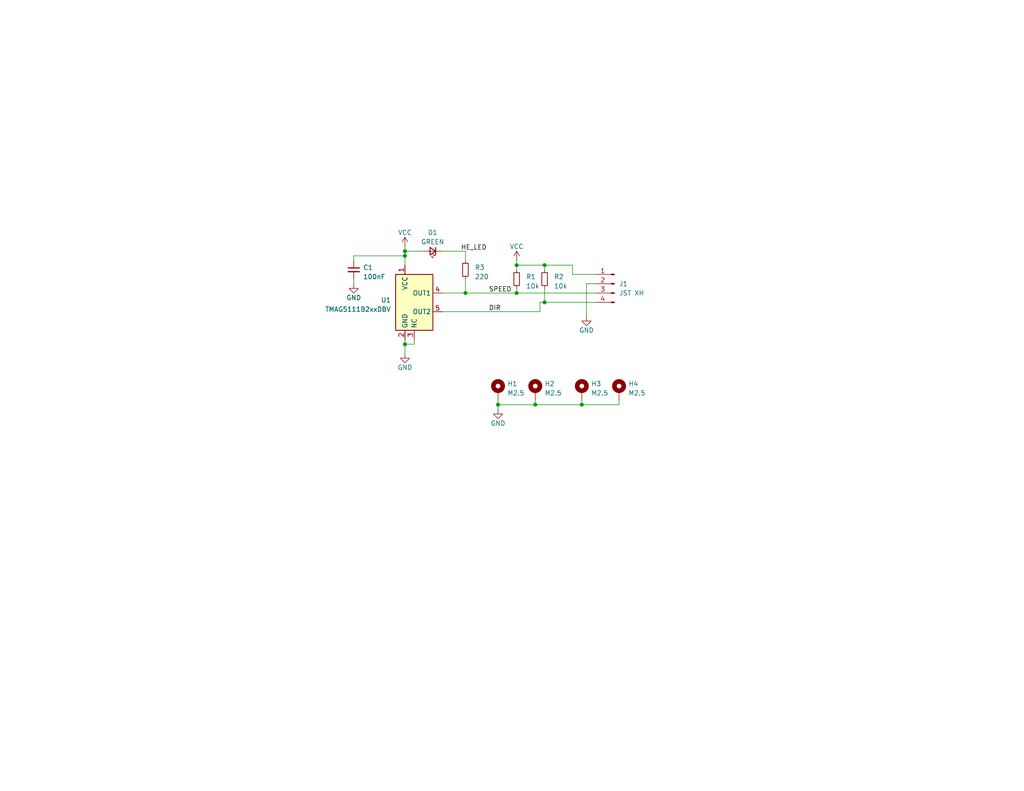
<source format=kicad_sch>
(kicad_sch (version 20230121) (generator eeschema)
  (paper "USLetter")
  (title_block (title "Wheel Speed Board") (date "2023-10-21") (rev "v1") (company "Sun Devil Motorsports"))
  (lib_symbols
    (symbol "Connector:Conn_01x04_Pin" (pin_names (offset 1.016) hide)
      (property "Reference" "J" (at 0 5.08 0))
      (property "Value" "Conn_01x04_Pin" (at 0 -7.62 0))
      (symbol "Conn_01x04_Pin_1_1"
        (polyline (pts (xy 1.27 -5.08) (xy 0.8636 -5.08)) (stroke (width 0.1524)))
        (polyline (pts (xy 1.27 -2.54) (xy 0.8636 -2.54)) (stroke (width 0.1524)))
        (polyline (pts (xy 1.27 0) (xy 0.8636 0)) (stroke (width 0.1524)))
        (polyline (pts (xy 1.27 2.54) (xy 0.8636 2.54)) (stroke (width 0.1524)))
        (rectangle (start 0.8636 -4.953) (end 0 -5.207) (stroke (width 0.1524)) (fill (type outline)))
        (rectangle (start 0.8636 -2.413) (end 0 -2.667) (stroke (width 0.1524)) (fill (type outline)))
        (rectangle (start 0.8636 0.127) (end 0 -0.127) (stroke (width 0.1524)) (fill (type outline)))
        (rectangle (start 0.8636 2.667) (end 0 2.413) (stroke (width 0.1524)) (fill (type outline)))
        (pin passive line (at 5.08 2.54 180) (length 3.81) (name "Pin_1") (number "1"))
        (pin passive line (at 5.08 0 180) (length 3.81) (name "Pin_2") (number "2"))
        (pin passive line (at 5.08 -2.54 180) (length 3.81) (name "Pin_3") (number "3"))
        (pin passive line (at 5.08 -5.08 180) (length 3.81) (name "Pin_4") (number "4"))
      )
    )
    (symbol "Device:C_Small" (pin_numbers hide) (pin_names (offset 0.254) hide)
      (property "Reference" "C" (at 0.254 1.778 0))
      (property "Value" "C_Small" (at 0.254 -2.032 0))
      (symbol "C_Small_0_1"
        (polyline (pts (xy -1.524 -0.508) (xy 1.524 -0.508)) (stroke (width 0.3302)))
        (polyline (pts (xy -1.524 0.508) (xy 1.524 0.508)) (stroke (width 0.3048)))
      )
      (symbol "C_Small_1_1"
        (pin passive line (at 0 2.54 270) (length 2.032) (name "~") (number "1"))
        (pin passive line (at 0 -2.54 90) (length 2.032) (name "~") (number "2"))
      )
    )
    (symbol "Device:LED_Small" (pin_numbers hide) (pin_names (offset 0.254) hide)
      (property "Reference" "D" (at -1.27 3.175 0))
      (property "Value" "LED_Small" (at -4.445 -2.54 0))
      (symbol "LED_Small_0_1"
        (polyline (pts (xy -0.762 -1.016) (xy -0.762 1.016)) (stroke (width 0.254)))
        (polyline (pts (xy 1.016 0) (xy -0.762 0)))
        (polyline (pts (xy 0.762 -1.016) (xy -0.762 0) (xy 0.762 1.016) (xy 0.762 -1.016)) (stroke (width 0.254)))
        (polyline (pts (xy 0 0.762) (xy -0.508 1.27) (xy -0.254 1.27) (xy -0.508 1.27) (xy -0.508 1.016)))
        (polyline (pts (xy 0.508 1.27) (xy 0 1.778) (xy 0.254 1.778) (xy 0 1.778) (xy 0 1.524)))
      )
      (symbol "LED_Small_1_1"
        (pin passive line (at -2.54 0 0) (length 1.778) (name "K") (number "1"))
        (pin passive line (at 2.54 0 180) (length 1.778) (name "A") (number "2"))
      )
    )
    (symbol "Device:R_Small" (pin_numbers hide) (pin_names (offset 0.254) hide)
      (property "Reference" "R" (at 0.762 0.508 0))
      (property "Value" "R_Small" (at 0.762 -1.016 0))
      (symbol "R_Small_0_1"
        (rectangle (start -0.762 1.778) (end 0.762 -1.778) (stroke (width 0.2032)))
      )
      (symbol "R_Small_1_1"
        (pin passive line (at 0 2.54 270) (length 0.762) (name "~") (number "1"))
        (pin passive line (at 0 -2.54 90) (length 0.762) (name "~") (number "2"))
      )
    )
    (symbol "Mechanical:MountingHole_Pad" (pin_numbers hide) (pin_names (offset 1.016) hide)
      (property "Reference" "H" (at 0 6.35 0))
      (property "Value" "MountingHole_Pad" (at 0 4.445 0))
      (symbol "MountingHole_Pad_0_1"
        (circle (center 0 1.27) (radius 1.27) (stroke (width 1.27)))
      )
      (symbol "MountingHole_Pad_1_1"
        (pin input line (at 0 -2.54 90) (length 2.54) (name "1") (number "1"))
      )
    )
    (symbol "Sensor_Magnetic:TMAG5111B2xxDBV"
      (property "Reference" "U" (at 0 10.668 0))
      (property "Value" "TMAG5111B2xxDBV" (at 0 8.89 0))
      (symbol "TMAG5111B2xxDBV_0_0"
        (pin passive line (at 0 -10.16 90) (length 2.54) (name "NC") (number "3"))
        (pin open_collector line (at 7.62 -2.54 180) (length 2.54) (name "OUT2") (number "5"))
      )
      (symbol "TMAG5111B2xxDBV_0_1"
        (rectangle (start -5.08 7.62) (end 5.08 -7.62) (stroke (width 0.254)) (fill (type background)))
      )
      (symbol "TMAG5111B2xxDBV_1_1"
        (pin power_in line (at -2.54 10.16 270) (length 2.54) (name "VCC") (number "1"))
        (pin power_in line (at -2.54 -10.16 90) (length 2.54) (name "GND") (number "2"))
        (pin open_collector line (at 7.62 2.54 180) (length 2.54) (name "OUT1") (number "4"))
      )
    )
    (symbol "power:GND" (power) (pin_names (offset 0))
      (property "Value" "GND" (at 0 -3.81 0))
      (symbol "GND_0_1"
        (polyline (pts (xy 0 0) (xy 0 -1.27) (xy 1.27 -1.27) (xy 0 -2.54) (xy -1.27 -1.27) (xy 0 -1.27)))
      )
      (symbol "GND_1_1"
        (pin power_in line (at 0 0 270) (length 0) hide (name "GND") (number "1"))
      )
    )
    (symbol "power:VCC" (power) (pin_names (offset 0))
      (property "Value" "VCC" (at 0 3.81 0))
      (symbol "VCC_0_1"
        (polyline (pts (xy -0.762 1.27) (xy 0 2.54)))
        (polyline (pts (xy 0 0) (xy 0 2.54)))
        (polyline (pts (xy 0 2.54) (xy 0.762 1.27)))
      )
      (symbol "VCC_1_1"
        (pin power_in line (at 0 0 90) (length 0) hide (name "VCC") (number "1"))
      )
    )
  )
  (junction (at 127 80.01))
  (junction (at 110.49 69.85))
  (junction (at 146.05 110.49))
  (junction (at 135.89 110.49))
  (junction (at 158.75 110.49))
  (junction (at 140.97 80.01))
  (junction (at 148.59 72.39))
  (junction (at 140.97 72.39))
  (junction (at 148.59 82.55))
  (junction (at 110.49 68.58))
  (junction (at 110.49 93.98))
  (wire (pts (xy 96.52 71.12) (xy 96.52 69.85)))
  (wire (pts (xy 156.21 72.39) (xy 156.21 74.93)))
  (wire (pts (xy 120.65 85.09) (xy 147.32 85.09)))
  (wire (pts (xy 96.52 76.2) (xy 96.52 77.47)))
  (wire (pts (xy 96.52 69.85) (xy 110.49 69.85)))
  (wire (pts (xy 146.05 109.22) (xy 146.05 110.49)))
  (wire (pts (xy 158.75 109.22) (xy 158.75 110.49)))
  (wire (pts (xy 160.02 86.36) (xy 160.02 77.47)))
  (wire (pts (xy 147.32 85.09) (xy 147.32 82.55)))
  (wire (pts (xy 110.49 92.71) (xy 110.49 93.98)))
  (wire (pts (xy 156.21 74.93) (xy 162.56 74.93)))
  (wire (pts (xy 110.49 68.58) (xy 115.57 68.58)))
  (wire (pts (xy 168.91 110.49) (xy 158.75 110.49)))
  (wire (pts (xy 127 76.2) (xy 127 80.01)))
  (wire (pts (xy 110.49 68.58) (xy 110.49 69.85)))
  (wire (pts (xy 140.97 78.74) (xy 140.97 80.01)))
  (wire (pts (xy 148.59 82.55) (xy 162.56 82.55)))
  (wire (pts (xy 147.32 82.55) (xy 148.59 82.55)))
  (wire (pts (xy 127 68.58) (xy 127 71.12)))
  (wire (pts (xy 140.97 80.01) (xy 162.56 80.01)))
  (wire (pts (xy 113.03 92.71) (xy 113.03 93.98)))
  (wire (pts (xy 135.89 109.22) (xy 135.89 110.49)))
  (wire (pts (xy 120.65 80.01) (xy 127 80.01)))
  (wire (pts (xy 135.89 110.49) (xy 135.89 111.76)))
  (wire (pts (xy 110.49 93.98) (xy 110.49 96.52)))
  (wire (pts (xy 140.97 72.39) (xy 148.59 72.39)))
  (wire (pts (xy 127 80.01) (xy 140.97 80.01)))
  (wire (pts (xy 146.05 110.49) (xy 135.89 110.49)))
  (wire (pts (xy 120.65 68.58) (xy 127 68.58)))
  (wire (pts (xy 110.49 69.85) (xy 110.49 72.39)))
  (wire (pts (xy 140.97 71.12) (xy 140.97 72.39)))
  (wire (pts (xy 148.59 72.39) (xy 148.59 73.66)))
  (wire (pts (xy 113.03 93.98) (xy 110.49 93.98)))
  (wire (pts (xy 140.97 72.39) (xy 140.97 73.66)))
  (wire (pts (xy 148.59 78.74) (xy 148.59 82.55)))
  (wire (pts (xy 168.91 109.22) (xy 168.91 110.49)))
  (wire (pts (xy 148.59 72.39) (xy 156.21 72.39)))
  (wire (pts (xy 158.75 110.49) (xy 146.05 110.49)))
  (wire (pts (xy 110.49 67.31) (xy 110.49 68.58)))
  (wire (pts (xy 160.02 77.47) (xy 162.56 77.47)))
  (label "SPEED" (at 133.35 80.01 0))
  (label "DIR" (at 133.35 85.09 0))
  (label "HE_LED" (at 125.73 68.58 0))
  (symbol (lib_id "Mechanical:MountingHole_Pad") (at 146.05 106.68 0) (unit 1)
    (property "Reference" "H2" (at 148.59 104.775 0) (effects (justify left)))
    (property "Value" "M2.5" (at 148.59 107.315 0) (effects (justify left)))
    (property "Footprint" "MountingHole:MountingHole_2.7mm_M2.5_ISO7380_Pad" (effects hide))
  )
  (symbol (lib_id "Connector:Conn_01x04_Pin") (at 167.64 77.47 0) (mirror y) (unit 1)
    (property "Reference" "J1" (at 168.91 77.47 0) (effects (justify right)))
    (property "Value" "JST XH" (at 168.91 80.01 0) (effects (justify right)))
    (property "Footprint" "Connector_JST:JST_XH_B4B-XH-AM_1x04_P2.50mm_Vertical" (effects hide))
  )
  (symbol (lib_id "Device:R_Small") (at 148.59 76.2 0) (unit 1)
    (property "Reference" "R2" (at 151.13 75.565 0) (effects (justify left)))
    (property "Value" "10k" (at 151.13 78.105 0) (effects (justify left)))
    (property "Footprint" "Resistor_SMD:R_0805_2012Metric" (effects hide))
  )
  (symbol (lib_id "Mechanical:MountingHole_Pad") (at 168.91 106.68 0) (unit 1)
    (property "Reference" "H4" (at 171.45 104.775 0) (effects (justify left)))
    (property "Value" "M2.5" (at 171.45 107.315 0) (effects (justify left)))
    (property "Footprint" "MountingHole:MountingHole_2.7mm_M2.5_ISO7380_Pad" (effects hide))
  )
  (symbol (lib_id "power:VCC") (at 140.97 71.12 0) (unit 1)
    (property "Reference" "#PWR04" (effects hide))
    (property "Value" "VCC" (at 140.97 67.31 0))
  )
  (symbol (lib_id "Device:C_Small") (at 96.52 73.66 0) (unit 1)
    (property "Reference" "C1" (at 99.06 73.0313 0) (effects (justify left)))
    (property "Value" "100nF" (at 99.06 75.5713 0) (effects (justify left)))
    (property "Footprint" "Capacitor_SMD:C_0603_1608Metric" (effects hide))
  )
  (symbol (lib_id "Device:R_Small") (at 140.97 76.2 0) (unit 1)
    (property "Reference" "R1" (at 143.51 75.565 0) (effects (justify left)))
    (property "Value" "10k" (at 143.51 78.105 0) (effects (justify left)))
    (property "Footprint" "Resistor_SMD:R_0805_2012Metric" (effects hide))
  )
  (symbol (lib_id "power:VCC") (at 110.49 67.31 0) (unit 1)
    (property "Reference" "#PWR01" (effects hide))
    (property "Value" "VCC" (at 110.49 63.5 0))
  )
  (symbol (lib_id "Device:R_Small") (at 127 73.66 0) (unit 1)
    (property "Reference" "R3" (at 129.54 73.025 0) (effects (justify left)))
    (property "Value" "220" (at 129.54 75.565 0) (effects (justify left)))
    (property "Footprint" "Resistor_SMD:R_0805_2012Metric" (effects hide))
  )
  (symbol (lib_id "power:GND") (at 96.52 77.47 0) (unit 1)
    (property "Reference" "#PWR06" (effects hide))
    (property "Value" "GND" (at 96.52 81.28 0))
  )
  (symbol (lib_id "Device:LED_Small") (at 118.11 68.58 180) (unit 1)
    (property "Reference" "D1" (at 118.0465 63.5 0))
    (property "Value" "GREEN" (at 118.0465 66.04 0))
    (property "Footprint" "LED_SMD:LED_1206_3216Metric" (effects hide))
  )
  (symbol (lib_id "power:GND") (at 160.02 86.36 0) (unit 1)
    (property "Reference" "#PWR03" (effects hide))
    (property "Value" "GND" (at 160.02 90.17 0))
  )
  (symbol (lib_id "power:GND") (at 135.89 111.76 0) (unit 1)
    (property "Reference" "#PWR05" (effects hide))
    (property "Value" "GND" (at 135.89 115.57 0))
  )
  (symbol (lib_id "power:GND") (at 110.49 96.52 0) (unit 1)
    (property "Reference" "#PWR02" (effects hide))
    (property "Value" "GND" (at 110.49 100.33 0))
  )
  (symbol (lib_id "Mechanical:MountingHole_Pad") (at 135.89 106.68 0) (unit 1)
    (property "Reference" "H1" (at 138.43 104.775 0) (effects (justify left)))
    (property "Value" "M2.5" (at 138.43 107.315 0) (effects (justify left)))
    (property "Footprint" "MountingHole:MountingHole_2.7mm_M2.5_ISO7380_Pad" (effects hide))
  )
  (symbol (lib_id "Sensor_Magnetic:TMAG5111B2xxDBV") (at 113.03 82.55 0) (unit 1)
    (property "Reference" "U1" (at 106.68 81.915 0) (effects (justify right)))
    (property "Value" "TMAG5111B2xxDBV" (at 106.68 84.455 0) (effects (justify right)))
    (property "Footprint" "Package_TO_SOT_SMD:SOT-23-5" (effects hide))
    (property "Datasheet" "https://www.ti.com/lit/ds/symlink/tmag5111.pdf" (effects hide))
  )
  (symbol (lib_id "Mechanical:MountingHole_Pad") (at 158.75 106.68 0) (unit 1)
    (property "Reference" "H3" (at 161.29 104.775 0) (effects (justify left)))
    (property "Value" "M2.5" (at 161.29 107.315 0) (effects (justify left)))
    (property "Footprint" "MountingHole:MountingHole_2.7mm_M2.5_ISO7380_Pad" (effects hide))
  )
)
</source>
